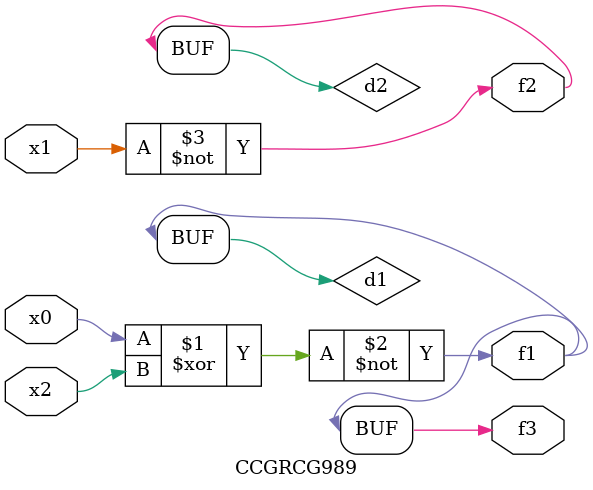
<source format=v>
module CCGRCG989(
	input x0, x1, x2,
	output f1, f2, f3
);

	wire d1, d2, d3;

	xnor (d1, x0, x2);
	nand (d2, x1);
	nor (d3, x1, x2);
	assign f1 = d1;
	assign f2 = d2;
	assign f3 = d1;
endmodule

</source>
